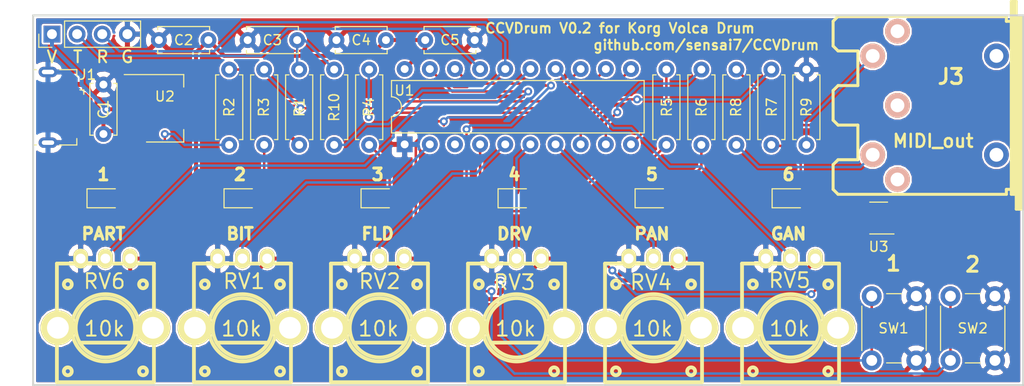
<source format=kicad_pcb>
(kicad_pcb (version 20171130) (host pcbnew "(5.0.2)-1")
  (layers (0 F.Cu signal) (31 B.Cu signal) (34 B.Paste user) (35 F.Paste user) (36 B.SilkS user) (37 F.SilkS user) (38 B.Mask user) (39 F.Mask user) (44 Edge.Cuts user))
  (net 0 "")
  (net 1 GND)
  (net 2 "Net-(D2-Pad2)")
  (net 3 "Net-(D1-Pad2)")
  (net 4 +5V)
  (net 5 +3V3)
  (net 6 TXD)
  (net 7 VCC)
  (net 8 BIT)
  (net 9 RXD)
  (net 10 FLD)
  (net 11 GAN)
  (net 12 DRV)
  (net 13 PAN)
  (net 14 "Net-(D4-Pad2)")
  (net 15 "Net-(D3-Pad2)")
  (net 16 "Net-(D5-Pad2)")
  (net 17 "Net-(J3-Pad5)")
  (net 18 "Net-(J3-Pad4)")
  (net 19 "Net-(J1-Pad2)")
  (net 20 "Net-(J1-Pad4)")
  (net 21 "Net-(J1-Pad3)")
  (net 22 "Net-(J3-Pad1)")
  (net 23 "Net-(J3-Pad2)")
  (net 24 "Net-(J3-Pad3)")
  (net 25 RST)
  (net 26 TEST)
  (net 27 "Net-(D6-Pad2)")
  (net 28 PART)
  (net 29 LED_P1)
  (net 30 LED_P5)
  (net 31 LED_P4)
  (net 32 LED_P3)
  (net 33 LED_P6)
  (net 34 "Net-(R8-Pad2)")
  (net 35 LED_P2)
  (net 36 PUSH_L1)
  (net 37 PUSH_L2)
  (net 38 "Net-(C3-Pad1)")
  (module Package_DIP:DIP-20_W7.62mm (layer F.Cu) (at 67.525 135.65 90)
    (fp_text reference U1 (at 5.45 -0.025 180) (layer F.SilkS))
    (fp_text value MSP430G2533)
    (pad 1 thru_hole rect (at 0 0 90) (size 1.6 1.6) (drill 0.8) (layers *.Cu *.Mask) (net 1 GND))
    (pad 11 thru_hole oval (at 7.62 22.86 90) (size 1.6 1.6) (drill 0.8) (layers *.Cu *.Mask) (net 32 LED_P3))
    (pad 2 thru_hole oval (at 0 2.54 90) (size 1.6 1.6) (drill 0.8) (layers *.Cu *.Mask) (net 8 BIT))
    (pad 12 thru_hole oval (at 7.62 20.32 90) (size 1.6 1.6) (drill 0.8) (layers *.Cu *.Mask) (net 35 LED_P2))
    (pad 3 thru_hole oval (at 0 5.08 90) (size 1.6 1.6) (drill 0.8) (layers *.Cu *.Mask) (net 9 RXD))
    (pad 13 thru_hole oval (at 7.62 17.78 90) (size 1.6 1.6) (drill 0.8) (layers *.Cu *.Mask) (net 29 LED_P1))
    (pad 4 thru_hole oval (at 0 7.62 90) (size 1.6 1.6) (drill 0.8) (layers *.Cu *.Mask) (net 6 TXD))
    (pad 14 thru_hole oval (at 7.62 15.24 90) (size 1.6 1.6) (drill 0.8) (layers *.Cu *.Mask) (net 11 GAN))
    (pad 5 thru_hole oval (at 0 10.16 90) (size 1.6 1.6) (drill 0.8) (layers *.Cu *.Mask) (net 10 FLD))
    (pad 15 thru_hole oval (at 7.62 12.7 90) (size 1.6 1.6) (drill 0.8) (layers *.Cu *.Mask) (net 28 PART))
    (pad 6 thru_hole oval (at 0 12.7 90) (size 1.6 1.6) (drill 0.8) (layers *.Cu *.Mask) (net 12 DRV))
    (pad 16 thru_hole oval (at 7.62 10.16 90) (size 1.6 1.6) (drill 0.8) (layers *.Cu *.Mask) (net 25 RST))
    (pad 7 thru_hole oval (at 0 15.24 90) (size 1.6 1.6) (drill 0.8) (layers *.Cu *.Mask) (net 13 PAN))
    (pad 17 thru_hole oval (at 7.62 7.62 90) (size 1.6 1.6) (drill 0.8) (layers *.Cu *.Mask) (net 26 TEST))
    (pad 8 thru_hole oval (at 0 17.78 90) (size 1.6 1.6) (drill 0.8) (layers *.Cu *.Mask) (net 33 LED_P6))
    (pad 18 thru_hole oval (at 7.62 5.08 90) (size 1.6 1.6) (drill 0.8) (layers *.Cu *.Mask) (net 36 PUSH_L1))
    (pad 9 thru_hole oval (at 0 20.32 90) (size 1.6 1.6) (drill 0.8) (layers *.Cu *.Mask) (net 30 LED_P5))
    (pad 19 thru_hole oval (at 7.62 2.54 90) (size 1.6 1.6) (drill 0.8) (layers *.Cu *.Mask) (net 37 PUSH_L2))
    (pad 10 thru_hole oval (at 0 22.86 90) (size 1.6 1.6) (drill 0.8) (layers *.Cu *.Mask) (net 31 LED_P4))
    (pad 20 thru_hole oval (at 7.62 0 90) (size 1.6 1.6) (drill 0.8) (layers *.Cu *.Mask) (net 5 +3V3))
  )
  (module w_pth_resistors:trimmer_alps-rk09k1130ah1 (layer F.Cu) (at 106.5 154.2 180)
    (fp_text reference RV5 (at 0.1 4.8 180) (layer F.SilkS) (effects (font (size 1.50114 1.50114) (thickness 0.20066))))
    (fp_text value 10k (at 0.1 -0.10034 180) (layer F.SilkS) (effects (font (size 1.50114 1.50114) (thickness 0.20066))))
    (pad "" thru_hole circle (at 4.8 0 180) (size 3.5 3.5) (drill 2.2) (layers *.Cu *.Mask F.SilkS))
    (pad "" thru_hole circle (at -4.8 0 180) (size 3.5 3.5) (drill 2.2) (layers *.Cu *.Mask F.SilkS))
    (pad 3 thru_hole oval (at 2.5 7 180) (size 1.5 2) (drill 1) (layers *.Cu *.Mask F.SilkS) (net 1 GND))
    (pad 2 thru_hole oval (at 0 7 180) (size 1.5 2) (drill 1) (layers *.Cu *.Mask F.SilkS) (net 11 GAN))
    (pad 1 thru_hole oval (at -2.5 7 180) (size 1.5 2) (drill 1) (layers *.Cu *.Mask F.SilkS) (net 5 +3V3))
  )
  (module Capacitor_THT:C_Disc_D5.0mm_W2.5mm_P5.00mm (layer F.Cu) (at 69.6 125.1)
    (fp_text reference C5 (at 2.5 0) (layer F.SilkS))
    (fp_text value 100)
    (pad 1 thru_hole circle (at 0 0) (size 1.6 1.6) (drill 0.8) (layers *.Cu *.Mask) (net 5 +3V3))
    (pad 2 thru_hole circle (at 5 0) (size 1.6 1.6) (drill 0.8) (layers *.Cu *.Mask) (net 1 GND))
  )
  (module Capacitor_THT:C_Disc_D5.0mm_W2.5mm_P5.00mm (layer F.Cu) (at 65.633332 125.1 180)
    (fp_text reference C4 (at 2.5 0 180) (layer F.SilkS))
    (fp_text value 10)
    (pad 2 thru_hole circle (at 5 0 180) (size 1.6 1.6) (drill 0.8) (layers *.Cu *.Mask) (net 1 GND))
    (pad 1 thru_hole circle (at 0 0 180) (size 1.6 1.6) (drill 0.8) (layers *.Cu *.Mask) (net 5 +3V3))
  )
  (module Capacitor_THT:C_Disc_D5.0mm_W2.5mm_P5.00mm (layer F.Cu) (at 56.666666 125.1 180)
    (fp_text reference C3 (at 2.5 0 180) (layer F.SilkS))
    (fp_text value 1n)
    (pad 1 thru_hole circle (at 0 0 180) (size 1.6 1.6) (drill 0.8) (layers *.Cu *.Mask) (net 38 "Net-(C3-Pad1)"))
    (pad 2 thru_hole circle (at 5 0 180) (size 1.6 1.6) (drill 0.8) (layers *.Cu *.Mask) (net 1 GND))
  )
  (module Resistor_THT:R_Axial_DIN0207_L6.3mm_D2.5mm_P7.62mm_Horizontal (layer F.Cu) (at 60.405 135.7 90)
    (fp_text reference R10 (at 3.8 -0.005 90) (layer F.SilkS))
    (fp_text value 1k)
    (pad 1 thru_hole circle (at 0 0 90) (size 1.6 1.6) (drill 0.8) (layers *.Cu *.Mask) (net 25 RST))
    (pad 2 thru_hole oval (at 7.62 0 90) (size 1.6 1.6) (drill 0.8) (layers *.Cu *.Mask) (net 38 "Net-(C3-Pad1)"))
  )
  (module Button_Switch_THT:SW_PUSH_6mm_H4.3mm (layer F.Cu) (at 127.15 151 270)
    (fp_text reference SW2 (at 3.25 2.25) (layer F.SilkS))
    (fp_text value SW_Push)
    (pad 1 thru_hole circle (at 6.5 0) (size 2 2) (drill 1.1) (layers *.Cu *.Mask) (net 1 GND))
    (pad 2 thru_hole circle (at 6.5 4.5) (size 2 2) (drill 1.1) (layers *.Cu *.Mask) (net 37 PUSH_L2))
    (pad 1 thru_hole circle (at 0 0) (size 2 2) (drill 1.1) (layers *.Cu *.Mask) (net 1 GND))
    (pad 2 thru_hole circle (at 0 4.5) (size 2 2) (drill 1.1) (layers *.Cu *.Mask) (net 37 PUSH_L2))
  )
  (module Button_Switch_THT:SW_PUSH_6mm_H4.3mm (layer F.Cu) (at 119.2 151 270)
    (fp_text reference SW1 (at 3.25 2.3) (layer F.SilkS))
    (fp_text value SW_Push)
    (pad 2 thru_hole circle (at 0 4.5) (size 2 2) (drill 1.1) (layers *.Cu *.Mask) (net 36 PUSH_L1))
    (pad 1 thru_hole circle (at 0 0) (size 2 2) (drill 1.1) (layers *.Cu *.Mask) (net 1 GND))
    (pad 2 thru_hole circle (at 6.5 4.5) (size 2 2) (drill 1.1) (layers *.Cu *.Mask) (net 36 PUSH_L1))
    (pad 1 thru_hole circle (at 6.5 0) (size 2 2) (drill 1.1) (layers *.Cu *.Mask) (net 1 GND))
  )
  (module Capacitor_THT:C_Disc_D5.0mm_W2.5mm_P5.00mm (layer F.Cu) (at 37.1 134.6 90)
    (fp_text reference C1 (at 2.5 0 90) (layer F.SilkS))
    (fp_text value 330)
    (pad 2 thru_hole circle (at 5 0 90) (size 1.6 1.6) (drill 0.8) (layers *.Cu *.Mask) (net 1 GND))
    (pad 1 thru_hole circle (at 0 0 90) (size 1.6 1.6) (drill 0.8) (layers *.Cu *.Mask) (net 4 +5V))
  )
  (module Capacitor_THT:C_Disc_D5.0mm_W2.5mm_P5.00mm (layer F.Cu) (at 47.7 125.1 180)
    (fp_text reference C2 (at 2.5 0 180) (layer F.SilkS))
    (fp_text value 100)
    (pad 1 thru_hole circle (at 0 0 180) (size 1.6 1.6) (drill 0.8) (layers *.Cu *.Mask) (net 5 +3V3))
    (pad 2 thru_hole circle (at 5 0 180) (size 1.6 1.6) (drill 0.8) (layers *.Cu *.Mask) (net 1 GND))
  )
  (module Connector_PinHeader_2.54mm:PinHeader_1x04_P2.54mm_Vertical (layer F.Cu) (at 31.9 124.5 90)
    (fp_text reference J2 hide)
    (fp_text value Program)
    (pad 1 thru_hole rect (at 0 0 90) (size 1.7 1.7) (drill 1) (layers *.Cu *.Mask) (net 5 +3V3))
    (pad 2 thru_hole oval (at 0 2.54 90) (size 1.7 1.7) (drill 1) (layers *.Cu *.Mask) (net 26 TEST))
    (pad 3 thru_hole oval (at 0 5.08 90) (size 1.7 1.7) (drill 1) (layers *.Cu *.Mask) (net 25 RST))
    (pad 4 thru_hole oval (at 0 7.62 90) (size 1.7 1.7) (drill 1) (layers *.Cu *.Mask) (net 1 GND))
  )
  (module Connector_USB:USB_Micro-B_GCT_USB3076-30-A (layer F.Cu) (at 32.7 131.9 270)
    (fp_text reference J1 (at -3.3 -2.8) (layer F.SilkS))
    (fp_text value USB_B_μ)
    (pad 6 smd rect (at 1.125 1.2 270) (size 1.75 1.9) (layers F.Cu F.Paste F.Mask) (net 1 GND))
    (pad 2 smd rect (at -0.65 -1.45 270) (size 0.4 1.4) (layers F.Cu F.Paste F.Mask) (net 19 "Net-(J1-Pad2)"))
    (pad 1 smd rect (at -1.3 -1.45 270) (size 0.4 1.4) (layers F.Cu F.Paste F.Mask) (net 4 +5V))
    (pad 5 smd rect (at 1.3 -1.45 270) (size 0.4 1.4) (layers F.Cu F.Paste F.Mask) (net 1 GND))
    (pad 4 smd rect (at 0.65 -1.45 270) (size 0.4 1.4) (layers F.Cu F.Paste F.Mask) (net 20 "Net-(J1-Pad4)"))
    (pad 3 smd rect (at 0 -1.45 270) (size 0.4 1.4) (layers F.Cu F.Paste F.Mask) (net 21 "Net-(J1-Pad3)"))
    (pad 6 smd rect (at -1.125 1.2 270) (size 1.75 1.9) (layers F.Cu F.Paste F.Mask) (net 1 GND))
    (pad 6 thru_hole oval (at -3.575 1.2 90) (size 1.05 1.9) (drill oval 0.45 1.25) (layers *.Cu *.Mask) (net 1 GND))
    (pad 6 thru_hole oval (at 3.575 1.2 270) (size 1.05 1.9) (drill oval 0.45 1.25) (layers *.Cu *.Mask) (net 1 GND))
    (pad 6 smd rect (at 2.32 -1.03 270) (size 1.15 1.45) (layers F.Cu F.Paste F.Mask) (net 1 GND))
    (pad 6 smd rect (at -2.32 -1.03 270) (size 1.15 1.45) (layers F.Cu F.Paste F.Mask) (net 1 GND))
  )
  (module LED_SMD:LED_0805_2012Metric_Pad1.15x1.40mm_HandSolder (layer F.Cu) (at 78.82 141.1)
    (fp_text reference D4 hide)
    (fp_text value 4)
    (pad 2 smd roundrect (at 1.025 0) (size 1.15 1.4) (layers F.Cu F.Paste F.Mask) (roundrect_rratio 0.217391) (net 14 "Net-(D4-Pad2)"))
    (pad 1 smd roundrect (at -1.025 0) (size 1.15 1.4) (layers F.Cu F.Paste F.Mask) (roundrect_rratio 0.217391) (net 1 GND))
  )
  (module LED_SMD:LED_0805_2012Metric_Pad1.15x1.40mm_HandSolder (layer F.Cu) (at 37.3 141.1)
    (fp_text reference D1 hide)
    (fp_text value 1)
    (pad 1 smd roundrect (at -1.025 0) (size 1.15 1.4) (layers F.Cu F.Paste F.Mask) (roundrect_rratio 0.217391) (net 1 GND))
    (pad 2 smd roundrect (at 1.025 0) (size 1.15 1.4) (layers F.Cu F.Paste F.Mask) (roundrect_rratio 0.217391) (net 3 "Net-(D1-Pad2)"))
  )
  (module LED_SMD:LED_0805_2012Metric_Pad1.15x1.40mm_HandSolder (layer F.Cu) (at 64.98 141.1)
    (fp_text reference D3 hide)
    (fp_text value 3)
    (pad 2 smd roundrect (at 1.025 0) (size 1.15 1.4) (layers F.Cu F.Paste F.Mask) (roundrect_rratio 0.217391) (net 15 "Net-(D3-Pad2)"))
    (pad 1 smd roundrect (at -1.025 0) (size 1.15 1.4) (layers F.Cu F.Paste F.Mask) (roundrect_rratio 0.217391) (net 1 GND))
  )
  (module LED_SMD:LED_0805_2012Metric_Pad1.15x1.40mm_HandSolder (layer F.Cu) (at 92.66 141.1)
    (fp_text reference D5 hide)
    (fp_text value 5)
    (pad 1 smd roundrect (at -1.025 0) (size 1.15 1.4) (layers F.Cu F.Paste F.Mask) (roundrect_rratio 0.217391) (net 1 GND))
    (pad 2 smd roundrect (at 1.025 0) (size 1.15 1.4) (layers F.Cu F.Paste F.Mask) (roundrect_rratio 0.217391) (net 16 "Net-(D5-Pad2)"))
  )
  (module LED_SMD:LED_0805_2012Metric_Pad1.15x1.40mm_HandSolder (layer F.Cu) (at 106.5 141.1)
    (fp_text reference D6 hide)
    (fp_text value 6)
    (pad 2 smd roundrect (at 1.025 0) (size 1.15 1.4) (layers F.Cu F.Paste F.Mask) (roundrect_rratio 0.217391) (net 27 "Net-(D6-Pad2)"))
    (pad 1 smd roundrect (at -1.025 0) (size 1.15 1.4) (layers F.Cu F.Paste F.Mask) (roundrect_rratio 0.217391) (net 1 GND))
  )
  (module LED_SMD:LED_0805_2012Metric_Pad1.15x1.40mm_HandSolder (layer F.Cu) (at 51.14 141.1)
    (fp_text reference D2 hide)
    (fp_text value 2)
    (pad 1 smd roundrect (at -1.025 0) (size 1.15 1.4) (layers F.Cu F.Paste F.Mask) (roundrect_rratio 0.217391) (net 1 GND))
    (pad 2 smd roundrect (at 1.025 0) (size 1.15 1.4) (layers F.Cu F.Paste F.Mask) (roundrect_rratio 0.217391) (net 2 "Net-(D2-Pad2)"))
  )
  (module Package_TO_SOT_SMD:SOT-223-3_TabPin2 (layer F.Cu) (at 43.3 132)
    (fp_text reference U2 (at 0 -1.2) (layer F.SilkS))
    (fp_text value AMS1117-3.3)
    (pad 2 smd rect (at 3.15 0) (size 2 3.8) (layers F.Cu F.Paste F.Mask) (net 5 +3V3))
    (pad 2 smd rect (at -3.15 0) (size 2 1.5) (layers F.Cu F.Paste F.Mask) (net 5 +3V3))
    (pad 3 smd rect (at -3.15 2.3) (size 2 1.5) (layers F.Cu F.Paste F.Mask) (net 4 +5V))
    (pad 1 smd rect (at -3.15 -2.3) (size 2 1.5) (layers F.Cu F.Paste F.Mask) (net 1 GND))
  )
  (module Package_TO_SOT_SMD:SOT-23-5_HandSoldering (layer F.Cu) (at 115.4 143.1 180)
    (fp_text reference U3 (at 0 -2.9 180) (layer F.SilkS))
    (fp_text value 74AUP1G17)
    (pad 1 smd rect (at -1.35 -0.95 180) (size 1.56 0.65) (layers F.Cu F.Paste F.Mask))
    (pad 2 smd rect (at -1.35 0 180) (size 1.56 0.65) (layers F.Cu F.Paste F.Mask) (net 6 TXD))
    (pad 3 smd rect (at -1.35 0.95 180) (size 1.56 0.65) (layers F.Cu F.Paste F.Mask) (net 1 GND))
    (pad 4 smd rect (at 1.35 0.95 180) (size 1.56 0.65) (layers F.Cu F.Paste F.Mask) (net 34 "Net-(R8-Pad2)"))
    (pad 5 smd rect (at 1.35 -0.95 180) (size 1.56 0.65) (layers F.Cu F.Paste F.Mask) (net 7 VCC))
  )
  (module Resistor_THT:R_Axial_DIN0207_L6.3mm_D2.5mm_P7.62mm_Horizontal (layer F.Cu) (at 53.335 128.08 270)
    (fp_text reference R3 (at 3.81 0.035 270) (layer F.SilkS))
    (fp_text value RLED)
    (pad 2 thru_hole oval (at 7.62 0 270) (size 1.6 1.6) (drill 0.8) (layers *.Cu *.Mask) (net 2 "Net-(D2-Pad2)"))
    (pad 1 thru_hole circle (at 0 0 270) (size 1.6 1.6) (drill 0.8) (layers *.Cu *.Mask) (net 35 LED_P2))
  )
  (module Resistor_THT:R_Axial_DIN0207_L6.3mm_D2.5mm_P7.62mm_Horizontal (layer F.Cu) (at 108.1 135.7 90)
    (fp_text reference R9 (at 3.81 0 90) (layer F.SilkS))
    (fp_text value 68)
    (pad 2 thru_hole oval (at 7.62 0 90) (size 1.6 1.6) (drill 0.8) (layers *.Cu *.Mask) (net 1 GND))
    (pad 1 thru_hole circle (at 0 0 90) (size 1.6 1.6) (drill 0.8) (layers *.Cu *.Mask) (net 18 "Net-(J3-Pad4)"))
  )
  (module Resistor_THT:R_Axial_DIN0207_L6.3mm_D2.5mm_P7.62mm_Horizontal (layer F.Cu) (at 101.03 135.7 90)
    (fp_text reference R8 (at 3.8 -0.03 90) (layer F.SilkS))
    (fp_text value 68)
    (pad 1 thru_hole circle (at 0 0 90) (size 1.6 1.6) (drill 0.8) (layers *.Cu *.Mask) (net 17 "Net-(J3-Pad5)"))
    (pad 2 thru_hole oval (at 7.62 0 90) (size 1.6 1.6) (drill 0.8) (layers *.Cu *.Mask) (net 34 "Net-(R8-Pad2)"))
  )
  (module Resistor_THT:R_Axial_DIN0207_L6.3mm_D2.5mm_P7.62mm_Horizontal (layer F.Cu) (at 104.565 128.08 270)
    (fp_text reference R7 (at 3.81 -0.035 270) (layer F.SilkS))
    (fp_text value RLED)
    (pad 1 thru_hole circle (at 0 0 270) (size 1.6 1.6) (drill 0.8) (layers *.Cu *.Mask) (net 33 LED_P6))
    (pad 2 thru_hole oval (at 7.62 0 270) (size 1.6 1.6) (drill 0.8) (layers *.Cu *.Mask) (net 27 "Net-(D6-Pad2)"))
  )
  (module Resistor_THT:R_Axial_DIN0207_L6.3mm_D2.5mm_P7.62mm_Horizontal (layer F.Cu) (at 56.87 135.7 90)
    (fp_text reference R1 (at 3.8 0.03 90) (layer F.SilkS))
    (fp_text value 47k)
    (pad 1 thru_hole circle (at 0 0 90) (size 1.6 1.6) (drill 0.8) (layers *.Cu *.Mask) (net 5 +3V3))
    (pad 2 thru_hole oval (at 7.62 0 90) (size 1.6 1.6) (drill 0.8) (layers *.Cu *.Mask) (net 38 "Net-(C3-Pad1)"))
  )
  (module Resistor_THT:R_Axial_DIN0207_L6.3mm_D2.5mm_P7.62mm_Horizontal (layer F.Cu) (at 63.94 128.08 270)
    (fp_text reference R4 (at 3.81 0.04 270) (layer F.SilkS))
    (fp_text value RLED)
    (pad 1 thru_hole circle (at 0 0 270) (size 1.6 1.6) (drill 0.8) (layers *.Cu *.Mask) (net 32 LED_P3))
    (pad 2 thru_hole oval (at 7.62 0 270) (size 1.6 1.6) (drill 0.8) (layers *.Cu *.Mask) (net 15 "Net-(D3-Pad2)"))
  )
  (module Resistor_THT:R_Axial_DIN0207_L6.3mm_D2.5mm_P7.62mm_Horizontal (layer F.Cu) (at 93.96 128.08 270)
    (fp_text reference R5 (at 3.81 -0.04 270) (layer F.SilkS))
    (fp_text value RLED)
    (pad 2 thru_hole oval (at 7.62 0 270) (size 1.6 1.6) (drill 0.8) (layers *.Cu *.Mask) (net 14 "Net-(D4-Pad2)"))
    (pad 1 thru_hole circle (at 0 0 270) (size 1.6 1.6) (drill 0.8) (layers *.Cu *.Mask) (net 31 LED_P4))
  )
  (module Resistor_THT:R_Axial_DIN0207_L6.3mm_D2.5mm_P7.62mm_Horizontal (layer F.Cu) (at 97.495 128.08 270)
    (fp_text reference R6 (at 3.81 -0.005 270) (layer F.SilkS))
    (fp_text value RLED)
    (pad 1 thru_hole circle (at 0 0 270) (size 1.6 1.6) (drill 0.8) (layers *.Cu *.Mask) (net 30 LED_P5))
    (pad 2 thru_hole oval (at 7.62 0 270) (size 1.6 1.6) (drill 0.8) (layers *.Cu *.Mask) (net 16 "Net-(D5-Pad2)"))
  )
  (module Resistor_THT:R_Axial_DIN0207_L6.3mm_D2.5mm_P7.62mm_Horizontal (layer F.Cu) (at 49.8 128.08 270)
    (fp_text reference R2 (at 3.81 0 270) (layer F.SilkS))
    (fp_text value RLED)
    (pad 1 thru_hole circle (at 0 0 270) (size 1.6 1.6) (drill 0.8) (layers *.Cu *.Mask) (net 29 LED_P1))
    (pad 2 thru_hole oval (at 7.62 0 270) (size 1.6 1.6) (drill 0.8) (layers *.Cu *.Mask) (net 3 "Net-(D1-Pad2)"))
  )
  (module w_conn_av:din-5 (layer F.Cu) (at 120.3 131.7 90)
    (fp_text reference J3 (at 2.9 2.4 180) (layer F.SilkS) (effects (font (size 1.524 1.524) (thickness 0.3048))))
    (fp_text value MIDI_out (at -3.6 0.6) (layer F.SilkS) (effects (font (size 1.3 1.3) (thickness 0.25))))
    (pad 3 thru_hole circle (at -7.49808 -2.9972 90) (size 2.49936 2.49936) (drill 1.397) (layers *.Cu *.SilkS *.Mask) (net 24 "Net-(J3-Pad3)"))
    (pad 4 thru_hole circle (at 4.99618 -5.4991 90) (size 2.49936 2.49936) (drill 1.397) (layers *.Cu *.SilkS *.Mask) (net 18 "Net-(J3-Pad4)"))
    (pad 2 thru_hole circle (at 0 -2.99974 90) (size 2.49936 2.49936) (drill 1.397) (layers *.Cu *.SilkS *.Mask) (net 23 "Net-(J3-Pad2)"))
    (pad 1 thru_hole circle (at 7.49808 -2.9972 90) (size 2.49936 2.49936) (drill 1.397) (layers *.Cu *.SilkS *.Mask) (net 22 "Net-(J3-Pad1)"))
    (pad 5 thru_hole circle (at -4.99618 -5.4991 90) (size 2.49936 2.49936) (drill 1.397) (layers *.Cu *.SilkS *.Mask) (net 17 "Net-(J3-Pad5)"))
    (pad "" thru_hole circle (at 5.00126 6.9977 90) (size 2.49936 2.49936) (drill 1.397) (layers *.Cu *.Mask))
    (pad "" thru_hole circle (at -5.00126 6.9977 90) (size 2.49936 2.49936) (drill 1.397) (layers *.Cu *.Mask))
  )
  (module w_pth_resistors:trimmer_alps-rk09k1130ah1 (layer F.Cu) (at 37.3 154.2 180)
    (fp_text reference RV6 (at 0.1 4.7 180) (layer F.SilkS) (effects (font (size 1.50114 1.50114) (thickness 0.20066))))
    (fp_text value 10k (at 0.1 -0.10034 180) (layer F.SilkS) (effects (font (size 1.50114 1.50114) (thickness 0.20066))))
    (pad 1 thru_hole oval (at -2.5 7 180) (size 1.5 2) (drill 1) (layers *.Cu *.Mask F.SilkS) (net 5 +3V3))
    (pad 2 thru_hole oval (at 0 7 180) (size 1.5 2) (drill 1) (layers *.Cu *.Mask F.SilkS) (net 28 PART))
    (pad 3 thru_hole oval (at 2.5 7 180) (size 1.5 2) (drill 1) (layers *.Cu *.Mask F.SilkS) (net 1 GND))
    (pad "" thru_hole circle (at -4.8 0 180) (size 3.5 3.5) (drill 2.2) (layers *.Cu *.Mask F.SilkS))
    (pad "" thru_hole circle (at 4.8 0 180) (size 3.5 3.5) (drill 2.2) (layers *.Cu *.Mask F.SilkS))
  )
  (module w_pth_resistors:trimmer_alps-rk09k1130ah1 (layer F.Cu) (at 51.14 154.2 180)
    (fp_text reference RV1 (at -0.16 4.7 180) (layer F.SilkS) (effects (font (size 1.50114 1.50114) (thickness 0.20066))))
    (fp_text value 10k (at 0.1 -0.10034 180) (layer F.SilkS) (effects (font (size 1.50114 1.50114) (thickness 0.20066))))
    (pad "" thru_hole circle (at 4.8 0 180) (size 3.5 3.5) (drill 2.2) (layers *.Cu *.Mask F.SilkS))
    (pad "" thru_hole circle (at -4.8 0 180) (size 3.5 3.5) (drill 2.2) (layers *.Cu *.Mask F.SilkS))
    (pad 3 thru_hole oval (at 2.5 7 180) (size 1.5 2) (drill 1) (layers *.Cu *.Mask F.SilkS) (net 1 GND))
    (pad 2 thru_hole oval (at 0 7 180) (size 1.5 2) (drill 1) (layers *.Cu *.Mask F.SilkS) (net 8 BIT))
    (pad 1 thru_hole oval (at -2.5 7 180) (size 1.5 2) (drill 1) (layers *.Cu *.Mask F.SilkS) (net 5 +3V3))
  )
  (module w_pth_resistors:trimmer_alps-rk09k1130ah1 (layer F.Cu) (at 64.98 154.2 180)
    (fp_text reference RV2 (at -0.02 4.7 180) (layer F.SilkS) (effects (font (size 1.50114 1.50114) (thickness 0.20066))))
    (fp_text value 10k (at 0.1 -0.10034 180) (layer F.SilkS) (effects (font (size 1.50114 1.50114) (thickness 0.20066))))
    (pad 1 thru_hole oval (at -2.5 7 180) (size 1.5 2) (drill 1) (layers *.Cu *.Mask F.SilkS) (net 5 +3V3))
    (pad 2 thru_hole oval (at 0 7 180) (size 1.5 2) (drill 1) (layers *.Cu *.Mask F.SilkS) (net 10 FLD))
    (pad 3 thru_hole oval (at 2.5 7 180) (size 1.5 2) (drill 1) (layers *.Cu *.Mask F.SilkS) (net 1 GND))
    (pad "" thru_hole circle (at -4.8 0 180) (size 3.5 3.5) (drill 2.2) (layers *.Cu *.Mask F.SilkS))
    (pad "" thru_hole circle (at 4.8 0 180) (size 3.5 3.5) (drill 2.2) (layers *.Cu *.Mask F.SilkS))
  )
  (module w_pth_resistors:trimmer_alps-rk09k1130ah1 (layer F.Cu) (at 78.82 154.2 180)
    (fp_text reference RV3 (at 0.22 4.6 180) (layer F.SilkS) (effects (font (size 1.50114 1.50114) (thickness 0.20066))))
    (fp_text value 10k (at 0.1 -0.10034 180) (layer F.SilkS) (effects (font (size 1.50114 1.50114) (thickness 0.20066))))
    (pad "" thru_hole circle (at 4.8 0 180) (size 3.5 3.5) (drill 2.2) (layers *.Cu *.Mask F.SilkS))
    (pad "" thru_hole circle (at -4.8 0 180) (size 3.5 3.5) (drill 2.2) (layers *.Cu *.Mask F.SilkS))
    (pad 3 thru_hole oval (at 2.5 7 180) (size 1.5 2) (drill 1) (layers *.Cu *.Mask F.SilkS) (net 1 GND))
    (pad 2 thru_hole oval (at 0 7 180) (size 1.5 2) (drill 1) (layers *.Cu *.Mask F.SilkS) (net 12 DRV))
    (pad 1 thru_hole oval (at -2.5 7 180) (size 1.5 2) (drill 1) (layers *.Cu *.Mask F.SilkS) (net 5 +3V3))
  )
  (module w_pth_resistors:trimmer_alps-rk09k1130ah1 (layer F.Cu) (at 92.66 154.2 180)
    (fp_text reference RV4 (at 0.26 4.6 180) (layer F.SilkS) (effects (font (size 1.50114 1.50114) (thickness 0.20066))))
    (fp_text value 10k (at 0.1 -0.10034 180) (layer F.SilkS) (effects (font (size 1.50114 1.50114) (thickness 0.20066))))
    (pad 1 thru_hole oval (at -2.5 7 180) (size 1.5 2) (drill 1) (layers *.Cu *.Mask F.SilkS) (net 5 +3V3))
    (pad 2 thru_hole oval (at 0 7 180) (size 1.5 2) (drill 1) (layers *.Cu *.Mask F.SilkS) (net 13 PAN))
    (pad 3 thru_hole oval (at 2.5 7 180) (size 1.5 2) (drill 1) (layers *.Cu *.Mask F.SilkS) (net 1 GND))
    (pad "" thru_hole circle (at -4.8 0 180) (size 3.5 3.5) (drill 2.2) (layers *.Cu *.Mask F.SilkS))
    (pad "" thru_hole circle (at 4.8 0 180) (size 3.5 3.5) (drill 2.2) (layers *.Cu *.Mask F.SilkS))
  )
  (gr_text github.com/sensai7/CCVDrum (at 109.5 125.6) (layer F.SilkS) (effects (font (size 1 1) (thickness 0.2)) (justify right)))
  (gr_line (start 130 125) (end 130 122.6) (layer Edge.Cuts) (width 0.2))
  (gr_line (start 30 125) (end 30 122.6) (layer Edge.Cuts) (width 0.2))
  (gr_text "CCVDrum V0.2 for Korg Volca Drum" (at 103 123.9) (layer F.SilkS) (effects (font (size 1 1) (thickness 0.2)) (justify right)))
  (gr_text 3 (at 64.8 138.7) (layer F.SilkS) (effects (font (size 1.2 1.2) (thickness 0.3))))
  (gr_text 2 (at 50.9 138.7) (layer F.SilkS) (effects (font (size 1.2 1.2) (thickness 0.3))))
  (gr_text 4 (at 78.6 138.7) (layer F.SilkS) (effects (font (size 1.2 1.2) (thickness 0.3))))
  (gr_text 6 (at 106.3 138.7) (layer F.SilkS) (effects (font (size 1.2 1.2) (thickness 0.3))))
  (gr_text 5 (at 92.5 138.7) (layer F.SilkS) (effects (font (size 1.2 1.2) (thickness 0.3))))
  (gr_text 1 (at 37.1 138.7) (layer F.SilkS) (effects (font (size 1.2 1.2) (thickness 0.3))))
  (gr_text G (at 39.5 126.8) (layer F.SilkS) (effects (font (size 1.2 1.2) (thickness 0.2))))
  (gr_text R (at 37 126.8) (layer F.SilkS) (effects (font (size 1.2 1.2) (thickness 0.2))))
  (gr_text T (at 34.5 126.8) (layer F.SilkS) (effects (font (size 1.2 1.2) (thickness 0.2))))
  (gr_text V (at 31.9 126.8) (layer F.SilkS) (effects (font (size 1.2 1.2) (thickness 0.2))))
  (gr_text 2 (at 124.9 147.8) (layer F.SilkS) (effects (font (size 1.5 1.5) (thickness 0.3))))
  (gr_text 1 (at 116.9 147.7) (layer F.SilkS) (effects (font (size 1.5 1.5) (thickness 0.3))))
  (gr_text GAN (at 106.3 144.7) (layer F.SilkS) (effects (font (size 1.2 1.2) (thickness 0.3))))
  (gr_text PAN (at 92.5 144.7) (layer F.SilkS) (effects (font (size 1.2 1.2) (thickness 0.3))))
  (gr_text DRV (at 78.6 144.7) (layer F.SilkS) (effects (font (size 1.2 1.2) (thickness 0.3))))
  (gr_text FLD (at 64.8 144.7) (layer F.SilkS) (effects (font (size 1.2 1.2) (thickness 0.3))))
  (gr_text BIT (at 50.9 144.7) (layer F.SilkS) (effects (font (size 1.2 1.2) (thickness 0.3))))
  (gr_text PART (at 37.1 144.7) (layer F.SilkS) (effects (font (size 1.2 1.2) (thickness 0.3))))
  (gr_line (start 130 122.6) (end 30 122.6) (layer Edge.Cuts) (width 0.2))
  (gr_line (start 130 160) (end 130 125) (layer Edge.Cuts) (width 0.2))
  (gr_line (start 30 160) (end 30 125) (layer Edge.Cuts) (width 0.2))
  (gr_line (start 30 160) (end 130 160) (layer Edge.Cuts) (width 0.2))
  (segment (start 108.6 150.8) (end 108.6 150.8) (width 0.25) (layer F.Cu) (net 6))
  (segment (start 110.8 148.6) (end 110.8 144.6) (width 0.25) (layer F.Cu) (net 6))
  (segment (start 110.8 144.6) (end 110.8 144.2) (width 0.25) (layer F.Cu) (net 6))
  (segment (start 34.15 133.8) (end 33.73 134.22) (width 0.4) (layer F.Cu) (net 1))
  (segment (start 34.15 133.2) (end 34.15 133.8) (width 0.4) (layer F.Cu) (net 1))
  (segment (start 53.335 139.93) (end 52.165 141.1) (width 0.25) (layer F.Cu) (net 2))
  (segment (start 53.335 135.7) (end 53.335 139.93) (width 0.25) (layer F.Cu) (net 2))
  (segment (start 38.325 141.1) (end 39.9 141.1) (width 0.25) (layer F.Cu) (net 3))
  (segment (start 39.9 141.1) (end 43.3 137.7) (width 0.25) (layer F.Cu) (net 3))
  (segment (start 43.3 137.7) (end 43.3 134.6) (width 0.25) (layer F.Cu) (net 3))
  (segment (start 43.3 134.6) (end 43.3 134.6) (width 0.25) (layer F.Cu) (net 3))
  (via (at 43.3 134.6) (size 0.8) (drill 0.4) (layers F.Cu B.Cu) (net 3))
  (segment (start 43.3 134.6) (end 44.2 134.6) (width 0.25) (layer B.Cu) (net 3))
  (segment (start 45.3 135.7) (end 49.8 135.7) (width 0.25) (layer B.Cu) (net 3))
  (segment (start 44.2 134.6) (end 45.3 135.7) (width 0.25) (layer B.Cu) (net 3))
  (segment (start 37.4 134.3) (end 37.1 134.6) (width 0.4) (layer F.Cu) (net 4))
  (segment (start 40.15 134.3) (end 37.4 134.3) (width 0.4) (layer F.Cu) (net 4))
  (segment (start 37.1 133.46863) (end 35.8 132.16863) (width 0.4) (layer F.Cu) (net 4))
  (segment (start 37.1 134.6) (end 37.1 133.46863) (width 0.4) (layer F.Cu) (net 4))
  (segment (start 35.25 130.6) (end 34.15 130.6) (width 0.4) (layer F.Cu) (net 4))
  (segment (start 35.8 131.15) (end 35.25 130.6) (width 0.4) (layer F.Cu) (net 4))
  (segment (start 35.8 132.16863) (end 35.8 131.15) (width 0.4) (layer F.Cu) (net 4))
  (segment (start 40.15 132) (end 46.45 132) (width 0.4) (layer F.Cu) (net 5))
  (segment (start 53.17 132) (end 56.87 135.7) (width 0.4) (layer F.Cu) (net 5))
  (segment (start 46.45 132) (end 53.17 132) (width 0.4) (layer F.Cu) (net 5))
  (segment (start 64.833333 125.899999) (end 65.633332 125.1) (width 0.4) (layer F.Cu) (net 5))
  (segment (start 64.033332 126.7) (end 64.833333 125.899999) (width 0.4) (layer F.Cu) (net 5))
  (segment (start 49.3 126.7) (end 64.033332 126.7) (width 0.4) (layer F.Cu) (net 5))
  (segment (start 47.7 125.1) (end 49.3 126.7) (width 0.4) (layer F.Cu) (net 5))
  (segment (start 65.633332 125.1) (end 69.6 125.1) (width 0.4) (layer F.Cu) (net 5))
  (segment (start 69.6 125.955) (end 67.525 128.03) (width 0.4) (layer F.Cu) (net 5))
  (segment (start 69.6 125.1) (end 69.6 125.955) (width 0.4) (layer F.Cu) (net 5))
  (segment (start 40.95 147.2) (end 39.8 147.2) (width 0.4) (layer F.Cu) (net 5))
  (segment (start 46.45 141.7) (end 40.95 147.2) (width 0.4) (layer F.Cu) (net 5))
  (segment (start 46.45 132) (end 46.45 141.7) (width 0.4) (layer F.Cu) (net 5))
  (segment (start 39.8 148.6) (end 40.7 149.5) (width 0.4) (layer F.Cu) (net 5))
  (segment (start 39.8 147.2) (end 39.8 148.6) (width 0.4) (layer F.Cu) (net 5))
  (segment (start 53.64 147.45) (end 53.64 147.2) (width 0.4) (layer F.Cu) (net 5))
  (segment (start 51.59 149.5) (end 53.64 147.45) (width 0.4) (layer F.Cu) (net 5))
  (segment (start 40.7 149.5) (end 51.59 149.5) (width 0.4) (layer F.Cu) (net 5))
  (segment (start 54.79 147.2) (end 56.99 149.4) (width 0.4) (layer F.Cu) (net 5))
  (segment (start 53.64 147.2) (end 54.79 147.2) (width 0.4) (layer F.Cu) (net 5))
  (segment (start 67.48 147.45) (end 67.48 147.2) (width 0.4) (layer F.Cu) (net 5))
  (segment (start 65.53 149.4) (end 67.48 147.45) (width 0.4) (layer F.Cu) (net 5))
  (segment (start 56.99 149.4) (end 65.53 149.4) (width 0.4) (layer F.Cu) (net 5))
  (segment (start 82.47 147.2) (end 84.67 149.4) (width 0.4) (layer F.Cu) (net 5))
  (segment (start 81.32 147.2) (end 82.47 147.2) (width 0.4) (layer F.Cu) (net 5))
  (segment (start 95.16 147.45) (end 95.16 147.2) (width 0.4) (layer F.Cu) (net 5))
  (segment (start 93.21 149.4) (end 95.16 147.45) (width 0.4) (layer F.Cu) (net 5))
  (segment (start 84.67 149.4) (end 93.21 149.4) (width 0.4) (layer F.Cu) (net 5))
  (segment (start 96.31 147.2) (end 98.41 149.3) (width 0.4) (layer F.Cu) (net 5))
  (segment (start 95.16 147.2) (end 96.31 147.2) (width 0.4) (layer F.Cu) (net 5))
  (segment (start 109 147.45) (end 109 147.2) (width 0.4) (layer F.Cu) (net 5))
  (segment (start 107.15 149.3) (end 109 147.45) (width 0.4) (layer F.Cu) (net 5))
  (segment (start 98.41 149.3) (end 107.15 149.3) (width 0.4) (layer F.Cu) (net 5))
  (segment (start 31.9 125.75) (end 34.9 128.75) (width 0.4) (layer B.Cu) (net 5))
  (segment (start 31.9 124.5) (end 31.9 125.75) (width 0.4) (layer B.Cu) (net 5))
  (segment (start 34.9 128.75) (end 34.9 129.6) (width 0.4) (layer B.Cu) (net 5))
  (segment (start 34.9 129.6) (end 37.4 132.1) (width 0.4) (layer B.Cu) (net 5))
  (segment (start 37.4 132.1) (end 37.4 132.1) (width 0.4) (layer B.Cu) (net 5))
  (via (at 37.4 132.1) (size 0.8) (drill 0.4) (layers F.Cu B.Cu) (net 5))
  (segment (start 40.05 132.1) (end 40.15 132) (width 0.4) (layer F.Cu) (net 5))
  (segment (start 37.4 132.1) (end 40.05 132.1) (width 0.4) (layer F.Cu) (net 5))
  (segment (start 81.32 147.45) (end 81.32 147.2) (width 0.4) (layer F.Cu) (net 5))
  (segment (start 68.63 147.2) (end 70.53 149.1) (width 0.4) (layer F.Cu) (net 5))
  (segment (start 67.48 147.2) (end 68.63 147.2) (width 0.4) (layer F.Cu) (net 5))
  (segment (start 70.53 149.1) (end 70.53 149.13) (width 0.4) (layer F.Cu) (net 5))
  (segment (start 70.53 149.13) (end 72.7 151.3) (width 0.4) (layer F.Cu) (net 5))
  (segment (start 72.7 151.3) (end 77.47 151.3) (width 0.4) (layer F.Cu) (net 5))
  (segment (start 77.47 151.3) (end 81.32 147.45) (width 0.4) (layer F.Cu) (net 5))
  (segment (start 46.45 126.35) (end 47.7 125.1) (width 0.4) (layer F.Cu) (net 5))
  (segment (start 46.45 132) (end 46.45 126.35) (width 0.4) (layer F.Cu) (net 5))
  (segment (start 112 143) (end 110.8 144.2) (width 0.25) (layer F.Cu) (net 6))
  (segment (start 115.62 143) (end 112 143) (width 0.25) (layer F.Cu) (net 6))
  (segment (start 116.75 143.1) (end 115.72 143.1) (width 0.25) (layer F.Cu) (net 6))
  (segment (start 115.72 143.1) (end 115.62 143) (width 0.25) (layer F.Cu) (net 6))
  (segment (start 108.6 150.8) (end 110.8 148.6) (width 0.25) (layer F.Cu) (net 6))
  (via (at 108.6 150.8) (size 0.8) (drill 0.4) (layers F.Cu B.Cu) (net 6))
  (segment (start 108.6 150.8) (end 90.9 150.8) (width 0.25) (layer B.Cu) (net 6))
  (segment (start 90.9 150.8) (end 88.5 148.4) (width 0.25) (layer B.Cu) (net 6))
  (segment (start 88.5 148.4) (end 88.5 148.4) (width 0.25) (layer B.Cu) (net 6))
  (via (at 88.5 148.4) (size 0.8) (drill 0.4) (layers F.Cu B.Cu) (net 6))
  (segment (start 75.145 140.945) (end 75.145 135.65) (width 0.25) (layer F.Cu) (net 6))
  (segment (start 76.5 142.3) (end 75.145 140.945) (width 0.25) (layer F.Cu) (net 6))
  (segment (start 76.5 142.4) (end 76.5 142.3) (width 0.25) (layer F.Cu) (net 6))
  (segment (start 88.5 148.4) (end 82.5 142.4) (width 0.25) (layer F.Cu) (net 6))
  (segment (start 82.5 142.4) (end 76.5 142.4) (width 0.25) (layer F.Cu) (net 6))
  (segment (start 51.14 145.95) (end 57.59 139.5) (width 0.25) (layer B.Cu) (net 8))
  (segment (start 51.14 147.2) (end 51.14 145.95) (width 0.25) (layer B.Cu) (net 8))
  (segment (start 66.215 139.5) (end 70.065 135.65) (width 0.25) (layer B.Cu) (net 8))
  (segment (start 57.59 139.5) (end 66.215 139.5) (width 0.25) (layer B.Cu) (net 8))
  (segment (start 64.98 145.95) (end 72.33 138.6) (width 0.25) (layer B.Cu) (net 10))
  (segment (start 64.98 147.2) (end 64.98 145.95) (width 0.25) (layer B.Cu) (net 10))
  (segment (start 74.735 138.6) (end 77.685 135.65) (width 0.25) (layer B.Cu) (net 10))
  (segment (start 72.33 138.6) (end 74.735 138.6) (width 0.25) (layer B.Cu) (net 10))
  (segment (start 106.5 146.95) (end 106.5 147.2) (width 0.25) (layer B.Cu) (net 11))
  (segment (start 97.45 137.9) (end 106.5 146.95) (width 0.25) (layer B.Cu) (net 11))
  (segment (start 82.765 128.03) (end 83.564999 128.829999) (width 0.25) (layer B.Cu) (net 11))
  (segment (start 83.564999 128.829999) (end 83.564999 128.964999) (width 0.25) (layer B.Cu) (net 11))
  (segment (start 88.6 134) (end 90.400002 134) (width 0.25) (layer B.Cu) (net 11))
  (segment (start 90.400002 134) (end 94.300002 137.9) (width 0.25) (layer B.Cu) (net 11))
  (segment (start 83.564999 128.964999) (end 88.6 134) (width 0.25) (layer B.Cu) (net 11))
  (segment (start 94.300002 137.9) (end 97.45 137.9) (width 0.25) (layer B.Cu) (net 11))
  (segment (start 78.82 137.055) (end 80.225 135.65) (width 0.25) (layer B.Cu) (net 12))
  (segment (start 78.82 147.2) (end 78.82 137.055) (width 0.25) (layer B.Cu) (net 12))
  (segment (start 92.66 145.545) (end 82.765 135.65) (width 0.25) (layer B.Cu) (net 13))
  (segment (start 92.66 147.2) (end 92.66 145.545) (width 0.25) (layer B.Cu) (net 13))
  (segment (start 80.468372 140.476628) (end 85.223372 140.476628) (width 0.25) (layer F.Cu) (net 14))
  (segment (start 79.845 141.1) (end 80.468372 140.476628) (width 0.25) (layer F.Cu) (net 14))
  (segment (start 85.223372 140.476628) (end 88.4 137.3) (width 0.25) (layer F.Cu) (net 14))
  (segment (start 92.36 137.3) (end 93.96 135.7) (width 0.25) (layer F.Cu) (net 14))
  (segment (start 88.4 137.3) (end 92.36 137.3) (width 0.25) (layer F.Cu) (net 14))
  (segment (start 66.005 137.765) (end 63.94 135.7) (width 0.25) (layer F.Cu) (net 15))
  (segment (start 66.005 141.1) (end 66.005 137.765) (width 0.25) (layer F.Cu) (net 15))
  (segment (start 97.495 136.83137) (end 97.495 135.7) (width 0.25) (layer F.Cu) (net 16))
  (segment (start 97.495 137.965) (end 97.495 136.83137) (width 0.25) (layer F.Cu) (net 16))
  (segment (start 94.36 141.1) (end 97.495 137.965) (width 0.25) (layer F.Cu) (net 16))
  (segment (start 93.685 141.1) (end 94.36 141.1) (width 0.25) (layer F.Cu) (net 16))
  (segment (start 101.829999 136.499999) (end 101.03 135.7) (width 0.25) (layer B.Cu) (net 17))
  (segment (start 103.275859 137.945859) (end 101.829999 136.499999) (width 0.25) (layer B.Cu) (net 17))
  (segment (start 113.551221 137.945859) (end 103.275859 137.945859) (width 0.25) (layer B.Cu) (net 17))
  (segment (start 114.8009 136.69618) (end 113.551221 137.945859) (width 0.25) (layer B.Cu) (net 17))
  (segment (start 108.1 133.40472) (end 108.1 135.7) (width 0.25) (layer B.Cu) (net 18))
  (segment (start 114.8009 126.70382) (end 108.1 133.40472) (width 0.25) (layer B.Cu) (net 18))
  (segment (start 38.705001 126.225001) (end 48.274999 126.225001) (width 0.25) (layer B.Cu) (net 25))
  (segment (start 36.98 124.5) (end 38.705001 126.225001) (width 0.25) (layer B.Cu) (net 25))
  (segment (start 48.274999 126.225001) (end 51.2 123.3) (width 0.25) (layer B.Cu) (net 25))
  (segment (start 51.2 123.3) (end 75.7 123.3) (width 0.25) (layer B.Cu) (net 25))
  (segment (start 77.685 125.285) (end 77.685 128.03) (width 0.25) (layer B.Cu) (net 25))
  (segment (start 75.7 123.3) (end 77.685 125.285) (width 0.25) (layer B.Cu) (net 25))
  (segment (start 75.515 130.2) (end 77.685 128.03) (width 0.25) (layer B.Cu) (net 25))
  (segment (start 61.53637 135.7) (end 63.63637 133.6) (width 0.25) (layer B.Cu) (net 25))
  (segment (start 60.405 135.7) (end 61.53637 135.7) (width 0.25) (layer B.Cu) (net 25))
  (segment (start 63.63637 133.6) (end 65.9 133.6) (width 0.25) (layer B.Cu) (net 25))
  (segment (start 69.3 130.2) (end 75.515 130.2) (width 0.25) (layer B.Cu) (net 25))
  (segment (start 65.9 133.6) (end 69.3 130.2) (width 0.25) (layer B.Cu) (net 25))
  (segment (start 34.44 124.5) (end 36.64 126.7) (width 0.25) (layer B.Cu) (net 26))
  (segment (start 36.64 126.7) (end 53 126.7) (width 0.25) (layer B.Cu) (net 26))
  (segment (start 74.345001 127.230001) (end 75.145 128.03) (width 0.25) (layer B.Cu) (net 26))
  (segment (start 71.089999 123.974999) (end 74.345001 127.230001) (width 0.25) (layer B.Cu) (net 26))
  (segment (start 55.725001 123.974999) (end 71.089999 123.974999) (width 0.25) (layer B.Cu) (net 26))
  (segment (start 53 126.7) (end 55.725001 123.974999) (width 0.25) (layer B.Cu) (net 26))
  (segment (start 104.665 135.8) (end 104.565 135.7) (width 0.25) (layer F.Cu) (net 27))
  (segment (start 105.7 135.8) (end 104.665 135.8) (width 0.25) (layer F.Cu) (net 27))
  (segment (start 107.525 141.1) (end 107.525 137.625) (width 0.25) (layer F.Cu) (net 27))
  (segment (start 107.525 137.625) (end 105.7 135.8) (width 0.25) (layer F.Cu) (net 27))
  (segment (start 37.3 146.95) (end 46.45 137.8) (width 0.25) (layer B.Cu) (net 28))
  (segment (start 37.3 147.2) (end 37.3 146.95) (width 0.25) (layer B.Cu) (net 28))
  (segment (start 66.399999 134.905003) (end 66.399999 134.300001) (width 0.25) (layer B.Cu) (net 28))
  (segment (start 46.45 137.8) (end 63.505002 137.8) (width 0.25) (layer B.Cu) (net 28))
  (segment (start 63.505002 137.8) (end 66.399999 134.905003) (width 0.25) (layer B.Cu) (net 28))
  (segment (start 66.399999 134.300001) (end 69.3 131.4) (width 0.25) (layer B.Cu) (net 28))
  (segment (start 76.855 131.4) (end 80.225 128.03) (width 0.25) (layer B.Cu) (net 28))
  (segment (start 69.3 131.4) (end 76.855 131.4) (width 0.25) (layer B.Cu) (net 28))
  (segment (start 82.035 131.3) (end 85.305 128.03) (width 0.25) (layer F.Cu) (net 29))
  (segment (start 54.15137 131.3) (end 54.2 131.3) (width 0.25) (layer F.Cu) (net 29))
  (segment (start 50.93137 128.08) (end 54.15137 131.3) (width 0.25) (layer F.Cu) (net 29))
  (segment (start 49.8 128.08) (end 50.93137 128.08) (width 0.25) (layer F.Cu) (net 29))
  (segment (start 54.2 131.3) (end 82.035 131.3) (width 0.25) (layer F.Cu) (net 29))
  (segment (start 87.845 135.65) (end 87.845 134.51863) (width 0.25) (layer F.Cu) (net 30))
  (segment (start 96.075 129.5) (end 97.495 128.08) (width 0.25) (layer B.Cu) (net 30))
  (segment (start 87.845 134.51863) (end 87.845 133.855) (width 0.25) (layer F.Cu) (net 30))
  (via (at 89 132.4) (size 0.8) (drill 0.4) (layers F.Cu B.Cu) (net 30))
  (segment (start 87.845 133.855) (end 87.845 133.555) (width 0.25) (layer F.Cu) (net 30))
  (segment (start 87.845 133.555) (end 88.9 132.5) (width 0.25) (layer F.Cu) (net 30))
  (segment (start 91.334315 129.5) (end 96.075 129.5) (width 0.25) (layer B.Cu) (net 30))
  (segment (start 89 131.834315) (end 91.334315 129.5) (width 0.25) (layer B.Cu) (net 30))
  (segment (start 89 132.4) (end 89 131.834315) (width 0.25) (layer B.Cu) (net 30))
  (segment (start 93.96 132.075) (end 93.96 128.08) (width 0.25) (layer F.Cu) (net 31))
  (segment (start 90.385 135.65) (end 93.96 132.075) (width 0.25) (layer F.Cu) (net 31))
  (segment (start 63.9 132.9) (end 63.9 132.9) (width 0.25) (layer F.Cu) (net 32))
  (via (at 63.9 132.9) (size 0.8) (drill 0.4) (layers F.Cu B.Cu) (net 32))
  (segment (start 63.9 128.12) (end 63.94 128.08) (width 0.25) (layer B.Cu) (net 32))
  (segment (start 63.9 132.9) (end 63.9 128.12) (width 0.25) (layer B.Cu) (net 32))
  (segment (start 89.585001 128.829999) (end 90.385 128.03) (width 0.25) (layer F.Cu) (net 32))
  (segment (start 85.96499 132.45001) (end 89.585001 128.829999) (width 0.25) (layer F.Cu) (net 32))
  (segment (start 64.34999 132.45001) (end 85.96499 132.45001) (width 0.25) (layer F.Cu) (net 32))
  (segment (start 63.9 132.9) (end 64.34999 132.45001) (width 0.25) (layer F.Cu) (net 32))
  (segment (start 85.305 134.51863) (end 88.72363 131.1) (width 0.25) (layer F.Cu) (net 33))
  (segment (start 85.305 135.65) (end 85.305 134.51863) (width 0.25) (layer F.Cu) (net 33))
  (segment (start 88.72363 131.1) (end 91 131.1) (width 0.25) (layer F.Cu) (net 33))
  (segment (start 91 131.1) (end 91 131.1) (width 0.25) (layer F.Cu) (net 33))
  (via (at 91 131.1) (size 0.8) (drill 0.4) (layers F.Cu B.Cu) (net 33))
  (segment (start 101.545 131.1) (end 104.565 128.08) (width 0.25) (layer B.Cu) (net 33))
  (segment (start 91 131.1) (end 101.545 131.1) (width 0.25) (layer B.Cu) (net 33))
  (segment (start 114.05 141.575) (end 114.05 142.15) (width 0.25) (layer F.Cu) (net 34))
  (segment (start 114.525 141.1) (end 114.05 141.575) (width 0.25) (layer F.Cu) (net 34))
  (segment (start 117.731409 141.1) (end 114.525 141.1) (width 0.25) (layer F.Cu) (net 34))
  (segment (start 101.03 128.08) (end 105.65 132.7) (width 0.25) (layer F.Cu) (net 34))
  (segment (start 105.65 132.7) (end 106.765002 132.7) (width 0.25) (layer F.Cu) (net 34))
  (segment (start 106.765002 132.7) (end 107.765002 133.7) (width 0.25) (layer F.Cu) (net 34))
  (segment (start 107.765002 133.7) (end 115.8 133.7) (width 0.25) (layer F.Cu) (net 34))
  (segment (start 115.8 133.7) (end 119.6 137.5) (width 0.25) (layer F.Cu) (net 34))
  (segment (start 119.6 139.231409) (end 117.731409 141.1) (width 0.25) (layer F.Cu) (net 34))
  (segment (start 119.6 137.5) (end 119.6 139.231409) (width 0.25) (layer F.Cu) (net 34))
  (segment (start 87.845 128.03) (end 83.875 132) (width 0.25) (layer F.Cu) (net 35))
  (segment (start 83.875 132) (end 57 132) (width 0.25) (layer F.Cu) (net 35))
  (segment (start 57 132) (end 57 132) (width 0.25) (layer F.Cu) (net 35))
  (via (at 57 132) (size 0.8) (drill 0.4) (layers F.Cu B.Cu) (net 35))
  (segment (start 53.335 128.335) (end 53.335 128.08) (width 0.25) (layer B.Cu) (net 35))
  (segment (start 57 132) (end 53.335 128.335) (width 0.25) (layer B.Cu) (net 35))
  (segment (start 114.7 156.085787) (end 114.7 151) (width 0.25) (layer F.Cu) (net 36))
  (segment (start 114.7 157.5) (end 114.7 156.085787) (width 0.25) (layer F.Cu) (net 36))
  (segment (start 114.7 157.5) (end 113.285787 157.5) (width 0.25) (layer B.Cu) (net 36))
  (segment (start 113.285787 157.5) (end 80.7 157.5) (width 0.25) (layer B.Cu) (net 36))
  (segment (start 80.7 157.5) (end 79.7 157.5) (width 0.25) (layer B.Cu) (net 36))
  (segment (start 79.7 157.5) (end 77.2 155) (width 0.25) (layer B.Cu) (net 36))
  (segment (start 77.2 155) (end 77.2 149.6) (width 0.25) (layer B.Cu) (net 36))
  (segment (start 77.2 149.6) (end 77.2 149.6) (width 0.25) (layer B.Cu) (net 36))
  (via (at 77.2 149.6) (size 0.8) (drill 0.4) (layers F.Cu B.Cu) (net 36))
  (segment (start 77.2 149.6) (end 74.6 149.6) (width 0.25) (layer F.Cu) (net 36))
  (segment (start 73.774999 148.774999) (end 73.774999 134.125001) (width 0.25) (layer F.Cu) (net 36))
  (segment (start 74.6 149.6) (end 73.774999 148.774999) (width 0.25) (layer F.Cu) (net 36))
  (segment (start 73.774999 134.125001) (end 73.774999 134.125001) (width 0.25) (layer F.Cu) (net 36))
  (via (at 73.774999 134.125001) (size 0.8) (drill 0.4) (layers F.Cu B.Cu) (net 36))
  (segment (start 74.174998 133.725002) (end 78.274998 133.725002) (width 0.25) (layer B.Cu) (net 36))
  (segment (start 73.774999 134.125001) (end 74.174998 133.725002) (width 0.25) (layer B.Cu) (net 36))
  (segment (start 78.274998 133.725002) (end 82.3 129.7) (width 0.25) (layer B.Cu) (net 36))
  (segment (start 82.3 129.7) (end 82.3 129.7) (width 0.25) (layer B.Cu) (net 36))
  (via (at 82.3 129.7) (size 0.8) (drill 0.4) (layers F.Cu B.Cu) (net 36))
  (segment (start 81.734315 129.7) (end 81.534315 129.5) (width 0.25) (layer F.Cu) (net 36))
  (segment (start 82.3 129.7) (end 81.734315 129.7) (width 0.25) (layer F.Cu) (net 36))
  (segment (start 74.075 129.5) (end 72.605 128.03) (width 0.25) (layer F.Cu) (net 36))
  (segment (start 81.534315 129.5) (end 74.075 129.5) (width 0.25) (layer F.Cu) (net 36))
  (segment (start 122.65 156.085787) (end 122.65 151) (width 0.25) (layer F.Cu) (net 37))
  (segment (start 122.65 157.5) (end 122.65 156.085787) (width 0.25) (layer F.Cu) (net 37))
  (segment (start 121.324999 158.825001) (end 79.725001 158.825001) (width 0.25) (layer B.Cu) (net 37))
  (segment (start 122.65 157.5) (end 121.324999 158.825001) (width 0.25) (layer B.Cu) (net 37))
  (segment (start 79.725001 158.825001) (end 78.625001 158.825001) (width 0.25) (layer B.Cu) (net 37))
  (segment (start 78.625001 158.825001) (end 76.3 156.5) (width 0.25) (layer B.Cu) (net 37))
  (segment (start 76.3 156.5) (end 76.3 150.5) (width 0.25) (layer B.Cu) (net 37))
  (segment (start 76.3 150.5) (end 76.3 150.5) (width 0.25) (layer B.Cu) (net 37))
  (via (at 76.3 150.5) (size 0.8) (drill 0.4) (layers F.Cu B.Cu) (net 37))
  (segment (start 71.479999 133.720001) (end 71.479999 133.320001) (width 0.25) (layer F.Cu) (net 37))
  (segment (start 71.479999 133.320001) (end 71.479999 133.720001) (width 0.25) (layer F.Cu) (net 37))
  (via (at 71.479999 133.320001) (size 0.8) (drill 0.4) (layers F.Cu B.Cu) (net 37))
  (segment (start 71.879998 132.920002) (end 77.379998 132.920002) (width 0.25) (layer B.Cu) (net 37))
  (segment (start 71.479999 133.320001) (end 71.879998 132.920002) (width 0.25) (layer B.Cu) (net 37))
  (segment (start 77.379998 132.920002) (end 80 130.3) (width 0.25) (layer B.Cu) (net 37))
  (segment (start 80 130.3) (end 80 130.3) (width 0.25) (layer B.Cu) (net 37))
  (via (at 80 130.3) (size 0.8) (drill 0.4) (layers F.Cu B.Cu) (net 37))
  (segment (start 72.335 130.3) (end 70.065 128.03) (width 0.25) (layer F.Cu) (net 37))
  (segment (start 80 130.3) (end 72.335 130.3) (width 0.25) (layer F.Cu) (net 37))
  (segment (start 70.914314 133.320001) (end 71.479999 133.320001) (width 0.25) (layer F.Cu) (net 37))
  (segment (start 70.729997 133.320001) (end 70.914314 133.320001) (width 0.25) (layer F.Cu) (net 37))
  (segment (start 68.650001 135.399997) (end 70.729997 133.320001) (width 0.25) (layer F.Cu) (net 37))
  (segment (start 68.650001 145.850001) (end 68.650001 135.399997) (width 0.25) (layer F.Cu) (net 37))
  (segment (start 73.3 150.5) (end 68.650001 145.850001) (width 0.25) (layer F.Cu) (net 37))
  (segment (start 76.3 150.5) (end 73.3 150.5) (width 0.25) (layer F.Cu) (net 37))
  (segment (start 56.666666 127.876666) (end 56.87 128.08) (width 0.25) (layer B.Cu) (net 38))
  (segment (start 56.666666 125.1) (end 56.666666 127.876666) (width 0.25) (layer B.Cu) (net 38))
  (segment (start 57.425 125.1) (end 56.666666 125.1) (width 0.25) (layer B.Cu) (net 38))
  (segment (start 60.405 128.08) (end 57.425 125.1) (width 0.25) (layer B.Cu) (net 38))
  (zone (net 1) (net_name GND) (layer F.Cu) (connect_pads (clearance 0.2)) (min_thickness 0.2) (fill yes (arc_segments 16) (thermal_gap 0.508) (thermal_bridge_width 0.508))
    (polygon (pts (xy 30 122.6) (xy 130 122.6) (xy 130 160) (xy 30 160)))
  )
  (zone (net 1) (net_name GND) (layer B.Cu) (connect_pads (clearance 0.2)) (min_thickness 0.2) (fill yes (arc_segments 16) (thermal_gap 0.508) (thermal_bridge_width 0.508))
    (polygon (pts (xy 30 122.6) (xy 130 122.6) (xy 130 160) (xy 30 160)))
  )
)
</source>
